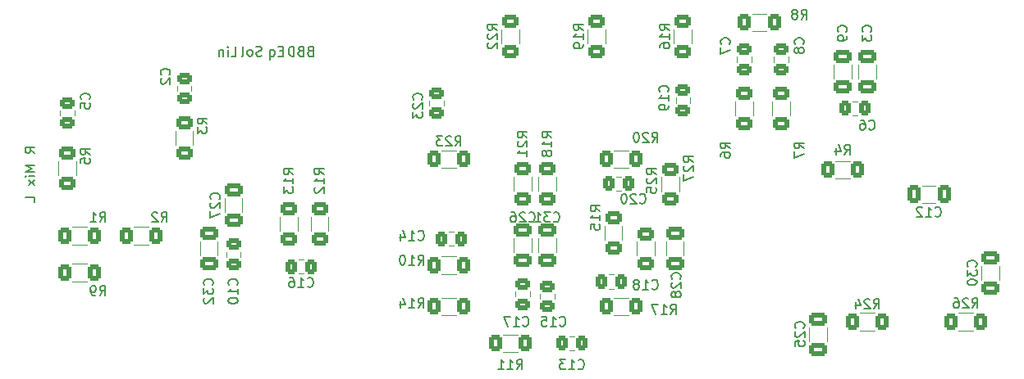
<source format=gbr>
%TF.GenerationSoftware,KiCad,Pcbnew,(6.0.10)*%
%TF.CreationDate,2023-04-08T13:31:08+03:00*%
%TF.ProjectId,DelSol_Preamp,44656c53-6f6c-45f5-9072-65616d702e6b,rev?*%
%TF.SameCoordinates,Original*%
%TF.FileFunction,Legend,Bot*%
%TF.FilePolarity,Positive*%
%FSLAX46Y46*%
G04 Gerber Fmt 4.6, Leading zero omitted, Abs format (unit mm)*
G04 Created by KiCad (PCBNEW (6.0.10)) date 2023-04-08 13:31:08*
%MOMM*%
%LPD*%
G01*
G04 APERTURE LIST*
G04 Aperture macros list*
%AMRoundRect*
0 Rectangle with rounded corners*
0 $1 Rounding radius*
0 $2 $3 $4 $5 $6 $7 $8 $9 X,Y pos of 4 corners*
0 Add a 4 corners polygon primitive as box body*
4,1,4,$2,$3,$4,$5,$6,$7,$8,$9,$2,$3,0*
0 Add four circle primitives for the rounded corners*
1,1,$1+$1,$2,$3*
1,1,$1+$1,$4,$5*
1,1,$1+$1,$6,$7*
1,1,$1+$1,$8,$9*
0 Add four rect primitives between the rounded corners*
20,1,$1+$1,$2,$3,$4,$5,0*
20,1,$1+$1,$4,$5,$6,$7,0*
20,1,$1+$1,$6,$7,$8,$9,0*
20,1,$1+$1,$8,$9,$2,$3,0*%
G04 Aperture macros list end*
%ADD10C,0.150000*%
%ADD11C,0.120000*%
%ADD12R,1.560000X1.560000*%
%ADD13C,1.560000*%
%ADD14R,1.600000X1.600000*%
%ADD15O,1.600000X1.600000*%
%ADD16R,1.700000X1.700000*%
%ADD17O,1.700000X1.700000*%
%ADD18C,1.600000*%
%ADD19C,3.200000*%
%ADD20RoundRect,0.250000X-0.625000X0.400000X-0.625000X-0.400000X0.625000X-0.400000X0.625000X0.400000X0*%
%ADD21RoundRect,0.250000X-0.650000X0.412500X-0.650000X-0.412500X0.650000X-0.412500X0.650000X0.412500X0*%
%ADD22RoundRect,0.250000X0.475000X-0.337500X0.475000X0.337500X-0.475000X0.337500X-0.475000X-0.337500X0*%
%ADD23RoundRect,0.250000X-0.337500X-0.475000X0.337500X-0.475000X0.337500X0.475000X-0.337500X0.475000X0*%
%ADD24RoundRect,0.250000X-0.400000X-0.625000X0.400000X-0.625000X0.400000X0.625000X-0.400000X0.625000X0*%
%ADD25RoundRect,0.250000X0.337500X0.475000X-0.337500X0.475000X-0.337500X-0.475000X0.337500X-0.475000X0*%
%ADD26RoundRect,0.250000X-0.475000X0.337500X-0.475000X-0.337500X0.475000X-0.337500X0.475000X0.337500X0*%
%ADD27RoundRect,0.250000X0.625000X-0.400000X0.625000X0.400000X-0.625000X0.400000X-0.625000X-0.400000X0*%
%ADD28RoundRect,0.250000X0.650000X-0.412500X0.650000X0.412500X-0.650000X0.412500X-0.650000X-0.412500X0*%
%ADD29RoundRect,0.250000X0.400000X0.625000X-0.400000X0.625000X-0.400000X-0.625000X0.400000X-0.625000X0*%
%ADD30RoundRect,0.250000X-0.412500X-0.650000X0.412500X-0.650000X0.412500X0.650000X-0.412500X0.650000X0*%
G04 APERTURE END LIST*
D10*
X77850952Y-23312380D02*
X78327142Y-23312380D01*
X78327142Y-22312380D01*
X77517619Y-23312380D02*
X77517619Y-22645714D01*
X77517619Y-22312380D02*
X77565238Y-22360000D01*
X77517619Y-22407619D01*
X77470000Y-22360000D01*
X77517619Y-22312380D01*
X77517619Y-22407619D01*
X77041428Y-22645714D02*
X77041428Y-23312380D01*
X77041428Y-22740952D02*
X76993809Y-22693333D01*
X76898571Y-22645714D01*
X76755714Y-22645714D01*
X76660476Y-22693333D01*
X76612857Y-22788571D01*
X76612857Y-23312380D01*
X57602380Y-33329523D02*
X57126190Y-32996190D01*
X57602380Y-32758095D02*
X56602380Y-32758095D01*
X56602380Y-33139047D01*
X56650000Y-33234285D01*
X56697619Y-33281904D01*
X56792857Y-33329523D01*
X56935714Y-33329523D01*
X57030952Y-33281904D01*
X57078571Y-33234285D01*
X57126190Y-33139047D01*
X57126190Y-32758095D01*
X57602380Y-34583809D02*
X56602380Y-34583809D01*
X57316666Y-34917142D01*
X56602380Y-35250476D01*
X57602380Y-35250476D01*
X57602380Y-35726666D02*
X56935714Y-35726666D01*
X56602380Y-35726666D02*
X56650000Y-35679047D01*
X56697619Y-35726666D01*
X56650000Y-35774285D01*
X56602380Y-35726666D01*
X56697619Y-35726666D01*
X57602380Y-36107619D02*
X56935714Y-36631428D01*
X56935714Y-36107619D02*
X57602380Y-36631428D01*
X86018571Y-22788571D02*
X85875714Y-22836190D01*
X85828095Y-22883809D01*
X85780476Y-22979047D01*
X85780476Y-23121904D01*
X85828095Y-23217142D01*
X85875714Y-23264761D01*
X85970952Y-23312380D01*
X86351904Y-23312380D01*
X86351904Y-22312380D01*
X86018571Y-22312380D01*
X85923333Y-22360000D01*
X85875714Y-22407619D01*
X85828095Y-22502857D01*
X85828095Y-22598095D01*
X85875714Y-22693333D01*
X85923333Y-22740952D01*
X86018571Y-22788571D01*
X86351904Y-22788571D01*
X85018571Y-22788571D02*
X84875714Y-22836190D01*
X84828095Y-22883809D01*
X84780476Y-22979047D01*
X84780476Y-23121904D01*
X84828095Y-23217142D01*
X84875714Y-23264761D01*
X84970952Y-23312380D01*
X85351904Y-23312380D01*
X85351904Y-22312380D01*
X85018571Y-22312380D01*
X84923333Y-22360000D01*
X84875714Y-22407619D01*
X84828095Y-22502857D01*
X84828095Y-22598095D01*
X84875714Y-22693333D01*
X84923333Y-22740952D01*
X85018571Y-22788571D01*
X85351904Y-22788571D01*
X84351904Y-23312380D02*
X84351904Y-22312380D01*
X84113809Y-22312380D01*
X83970952Y-22360000D01*
X83875714Y-22455238D01*
X83828095Y-22550476D01*
X83780476Y-22740952D01*
X83780476Y-22883809D01*
X83828095Y-23074285D01*
X83875714Y-23169523D01*
X83970952Y-23264761D01*
X84113809Y-23312380D01*
X84351904Y-23312380D01*
X81010000Y-23264761D02*
X80867142Y-23312380D01*
X80629047Y-23312380D01*
X80533809Y-23264761D01*
X80486190Y-23217142D01*
X80438571Y-23121904D01*
X80438571Y-23026666D01*
X80486190Y-22931428D01*
X80533809Y-22883809D01*
X80629047Y-22836190D01*
X80819523Y-22788571D01*
X80914761Y-22740952D01*
X80962380Y-22693333D01*
X81010000Y-22598095D01*
X81010000Y-22502857D01*
X80962380Y-22407619D01*
X80914761Y-22360000D01*
X80819523Y-22312380D01*
X80581428Y-22312380D01*
X80438571Y-22360000D01*
X79867142Y-23312380D02*
X79962380Y-23264761D01*
X80010000Y-23217142D01*
X80057619Y-23121904D01*
X80057619Y-22836190D01*
X80010000Y-22740952D01*
X79962380Y-22693333D01*
X79867142Y-22645714D01*
X79724285Y-22645714D01*
X79629047Y-22693333D01*
X79581428Y-22740952D01*
X79533809Y-22836190D01*
X79533809Y-23121904D01*
X79581428Y-23217142D01*
X79629047Y-23264761D01*
X79724285Y-23312380D01*
X79867142Y-23312380D01*
X78962380Y-23312380D02*
X79057619Y-23264761D01*
X79105238Y-23169523D01*
X79105238Y-22312380D01*
X57602380Y-38409523D02*
X57602380Y-37933333D01*
X56602380Y-37933333D01*
X83216666Y-22788571D02*
X82883333Y-22788571D01*
X82740476Y-23312380D02*
X83216666Y-23312380D01*
X83216666Y-22312380D01*
X82740476Y-22312380D01*
X81883333Y-22645714D02*
X81883333Y-23645714D01*
X81883333Y-23264761D02*
X81978571Y-23312380D01*
X82169047Y-23312380D01*
X82264285Y-23264761D01*
X82311904Y-23217142D01*
X82359523Y-23121904D01*
X82359523Y-22836190D01*
X82311904Y-22740952D01*
X82264285Y-22693333D01*
X82169047Y-22645714D01*
X81978571Y-22645714D01*
X81883333Y-22693333D01*
X123092380Y-20617142D02*
X122616190Y-20283809D01*
X123092380Y-20045714D02*
X122092380Y-20045714D01*
X122092380Y-20426666D01*
X122140000Y-20521904D01*
X122187619Y-20569523D01*
X122282857Y-20617142D01*
X122425714Y-20617142D01*
X122520952Y-20569523D01*
X122568571Y-20521904D01*
X122616190Y-20426666D01*
X122616190Y-20045714D01*
X123092380Y-21569523D02*
X123092380Y-20998095D01*
X123092380Y-21283809D02*
X122092380Y-21283809D01*
X122235238Y-21188571D01*
X122330476Y-21093333D01*
X122378095Y-20998095D01*
X122092380Y-22426666D02*
X122092380Y-22236190D01*
X122140000Y-22140952D01*
X122187619Y-22093333D01*
X122330476Y-21998095D01*
X122520952Y-21950476D01*
X122901904Y-21950476D01*
X122997142Y-21998095D01*
X123044761Y-22045714D01*
X123092380Y-22140952D01*
X123092380Y-22331428D01*
X123044761Y-22426666D01*
X122997142Y-22474285D01*
X122901904Y-22521904D01*
X122663809Y-22521904D01*
X122568571Y-22474285D01*
X122520952Y-22426666D01*
X122473333Y-22331428D01*
X122473333Y-22140952D01*
X122520952Y-22045714D01*
X122568571Y-21998095D01*
X122663809Y-21950476D01*
X136937142Y-51427142D02*
X136984761Y-51379523D01*
X137032380Y-51236666D01*
X137032380Y-51141428D01*
X136984761Y-50998571D01*
X136889523Y-50903333D01*
X136794285Y-50855714D01*
X136603809Y-50808095D01*
X136460952Y-50808095D01*
X136270476Y-50855714D01*
X136175238Y-50903333D01*
X136080000Y-50998571D01*
X136032380Y-51141428D01*
X136032380Y-51236666D01*
X136080000Y-51379523D01*
X136127619Y-51427142D01*
X136127619Y-51808095D02*
X136080000Y-51855714D01*
X136032380Y-51950952D01*
X136032380Y-52189047D01*
X136080000Y-52284285D01*
X136127619Y-52331904D01*
X136222857Y-52379523D01*
X136318095Y-52379523D01*
X136460952Y-52331904D01*
X137032380Y-51760476D01*
X137032380Y-52379523D01*
X136032380Y-53284285D02*
X136032380Y-52808095D01*
X136508571Y-52760476D01*
X136460952Y-52808095D01*
X136413333Y-52903333D01*
X136413333Y-53141428D01*
X136460952Y-53236666D01*
X136508571Y-53284285D01*
X136603809Y-53331904D01*
X136841904Y-53331904D01*
X136937142Y-53284285D01*
X136984761Y-53236666D01*
X137032380Y-53141428D01*
X137032380Y-52903333D01*
X136984761Y-52808095D01*
X136937142Y-52760476D01*
X111767857Y-51157142D02*
X111815476Y-51204761D01*
X111958333Y-51252380D01*
X112053571Y-51252380D01*
X112196428Y-51204761D01*
X112291666Y-51109523D01*
X112339285Y-51014285D01*
X112386904Y-50823809D01*
X112386904Y-50680952D01*
X112339285Y-50490476D01*
X112291666Y-50395238D01*
X112196428Y-50300000D01*
X112053571Y-50252380D01*
X111958333Y-50252380D01*
X111815476Y-50300000D01*
X111767857Y-50347619D01*
X110815476Y-51252380D02*
X111386904Y-51252380D01*
X111101190Y-51252380D02*
X111101190Y-50252380D01*
X111196428Y-50395238D01*
X111291666Y-50490476D01*
X111386904Y-50538095D01*
X109910714Y-50252380D02*
X110386904Y-50252380D01*
X110434523Y-50728571D01*
X110386904Y-50680952D01*
X110291666Y-50633333D01*
X110053571Y-50633333D01*
X109958333Y-50680952D01*
X109910714Y-50728571D01*
X109863095Y-50823809D01*
X109863095Y-51061904D01*
X109910714Y-51157142D01*
X109958333Y-51204761D01*
X110053571Y-51252380D01*
X110291666Y-51252380D01*
X110386904Y-51204761D01*
X110434523Y-51157142D01*
X97162857Y-42267142D02*
X97210476Y-42314761D01*
X97353333Y-42362380D01*
X97448571Y-42362380D01*
X97591428Y-42314761D01*
X97686666Y-42219523D01*
X97734285Y-42124285D01*
X97781904Y-41933809D01*
X97781904Y-41790952D01*
X97734285Y-41600476D01*
X97686666Y-41505238D01*
X97591428Y-41410000D01*
X97448571Y-41362380D01*
X97353333Y-41362380D01*
X97210476Y-41410000D01*
X97162857Y-41457619D01*
X96210476Y-42362380D02*
X96781904Y-42362380D01*
X96496190Y-42362380D02*
X96496190Y-41362380D01*
X96591428Y-41505238D01*
X96686666Y-41600476D01*
X96781904Y-41648095D01*
X95353333Y-41695714D02*
X95353333Y-42362380D01*
X95591428Y-41314761D02*
X95829523Y-42029047D01*
X95210476Y-42029047D01*
X121292857Y-47347142D02*
X121340476Y-47394761D01*
X121483333Y-47442380D01*
X121578571Y-47442380D01*
X121721428Y-47394761D01*
X121816666Y-47299523D01*
X121864285Y-47204285D01*
X121911904Y-47013809D01*
X121911904Y-46870952D01*
X121864285Y-46680476D01*
X121816666Y-46585238D01*
X121721428Y-46490000D01*
X121578571Y-46442380D01*
X121483333Y-46442380D01*
X121340476Y-46490000D01*
X121292857Y-46537619D01*
X120340476Y-47442380D02*
X120911904Y-47442380D01*
X120626190Y-47442380D02*
X120626190Y-46442380D01*
X120721428Y-46585238D01*
X120816666Y-46680476D01*
X120911904Y-46728095D01*
X119769047Y-46870952D02*
X119864285Y-46823333D01*
X119911904Y-46775714D01*
X119959523Y-46680476D01*
X119959523Y-46632857D01*
X119911904Y-46537619D01*
X119864285Y-46490000D01*
X119769047Y-46442380D01*
X119578571Y-46442380D01*
X119483333Y-46490000D01*
X119435714Y-46537619D01*
X119388095Y-46632857D01*
X119388095Y-46680476D01*
X119435714Y-46775714D01*
X119483333Y-46823333D01*
X119578571Y-46870952D01*
X119769047Y-46870952D01*
X119864285Y-46918571D01*
X119911904Y-46966190D01*
X119959523Y-47061428D01*
X119959523Y-47251904D01*
X119911904Y-47347142D01*
X119864285Y-47394761D01*
X119769047Y-47442380D01*
X119578571Y-47442380D01*
X119483333Y-47394761D01*
X119435714Y-47347142D01*
X119388095Y-47251904D01*
X119388095Y-47061428D01*
X119435714Y-46966190D01*
X119483333Y-46918571D01*
X119578571Y-46870952D01*
X141136666Y-33472380D02*
X141470000Y-32996190D01*
X141708095Y-33472380D02*
X141708095Y-32472380D01*
X141327142Y-32472380D01*
X141231904Y-32520000D01*
X141184285Y-32567619D01*
X141136666Y-32662857D01*
X141136666Y-32805714D01*
X141184285Y-32900952D01*
X141231904Y-32948571D01*
X141327142Y-32996190D01*
X141708095Y-32996190D01*
X140279523Y-32805714D02*
X140279523Y-33472380D01*
X140517619Y-32424761D02*
X140755714Y-33139047D01*
X140136666Y-33139047D01*
X122912142Y-26975890D02*
X122959761Y-26928271D01*
X123007380Y-26785414D01*
X123007380Y-26690176D01*
X122959761Y-26547319D01*
X122864523Y-26452081D01*
X122769285Y-26404462D01*
X122578809Y-26356843D01*
X122435952Y-26356843D01*
X122245476Y-26404462D01*
X122150238Y-26452081D01*
X122055000Y-26547319D01*
X122007380Y-26690176D01*
X122007380Y-26785414D01*
X122055000Y-26928271D01*
X122102619Y-26975890D01*
X123007380Y-27928271D02*
X123007380Y-27356843D01*
X123007380Y-27642557D02*
X122007380Y-27642557D01*
X122150238Y-27547319D01*
X122245476Y-27452081D01*
X122293095Y-27356843D01*
X123007380Y-28404462D02*
X123007380Y-28594938D01*
X122959761Y-28690176D01*
X122912142Y-28737795D01*
X122769285Y-28833033D01*
X122578809Y-28880652D01*
X122197857Y-28880652D01*
X122102619Y-28833033D01*
X122055000Y-28785414D01*
X122007380Y-28690176D01*
X122007380Y-28499700D01*
X122055000Y-28404462D01*
X122102619Y-28356843D01*
X122197857Y-28309224D01*
X122435952Y-28309224D01*
X122531190Y-28356843D01*
X122578809Y-28404462D01*
X122626428Y-28499700D01*
X122626428Y-28690176D01*
X122578809Y-28785414D01*
X122531190Y-28833033D01*
X122435952Y-28880652D01*
X136882142Y-22058333D02*
X136929761Y-22010714D01*
X136977380Y-21867857D01*
X136977380Y-21772619D01*
X136929761Y-21629761D01*
X136834523Y-21534523D01*
X136739285Y-21486904D01*
X136548809Y-21439285D01*
X136405952Y-21439285D01*
X136215476Y-21486904D01*
X136120238Y-21534523D01*
X136025000Y-21629761D01*
X135977380Y-21772619D01*
X135977380Y-21867857D01*
X136025000Y-22010714D01*
X136072619Y-22058333D01*
X136405952Y-22629761D02*
X136358333Y-22534523D01*
X136310714Y-22486904D01*
X136215476Y-22439285D01*
X136167857Y-22439285D01*
X136072619Y-22486904D01*
X136025000Y-22534523D01*
X135977380Y-22629761D01*
X135977380Y-22820238D01*
X136025000Y-22915476D01*
X136072619Y-22963095D01*
X136167857Y-23010714D01*
X136215476Y-23010714D01*
X136310714Y-22963095D01*
X136358333Y-22915476D01*
X136405952Y-22820238D01*
X136405952Y-22629761D01*
X136453571Y-22534523D01*
X136501190Y-22486904D01*
X136596428Y-22439285D01*
X136786904Y-22439285D01*
X136882142Y-22486904D01*
X136929761Y-22534523D01*
X136977380Y-22629761D01*
X136977380Y-22820238D01*
X136929761Y-22915476D01*
X136882142Y-22963095D01*
X136786904Y-23010714D01*
X136596428Y-23010714D01*
X136501190Y-22963095D01*
X136453571Y-22915476D01*
X136405952Y-22820238D01*
X115942380Y-39362142D02*
X115466190Y-39028809D01*
X115942380Y-38790714D02*
X114942380Y-38790714D01*
X114942380Y-39171666D01*
X114990000Y-39266904D01*
X115037619Y-39314523D01*
X115132857Y-39362142D01*
X115275714Y-39362142D01*
X115370952Y-39314523D01*
X115418571Y-39266904D01*
X115466190Y-39171666D01*
X115466190Y-38790714D01*
X115942380Y-40314523D02*
X115942380Y-39743095D01*
X115942380Y-40028809D02*
X114942380Y-40028809D01*
X115085238Y-39933571D01*
X115180476Y-39838333D01*
X115228095Y-39743095D01*
X114942380Y-41219285D02*
X114942380Y-40743095D01*
X115418571Y-40695476D01*
X115370952Y-40743095D01*
X115323333Y-40838333D01*
X115323333Y-41076428D01*
X115370952Y-41171666D01*
X115418571Y-41219285D01*
X115513809Y-41266904D01*
X115751904Y-41266904D01*
X115847142Y-41219285D01*
X115894761Y-41171666D01*
X115942380Y-41076428D01*
X115942380Y-40838333D01*
X115894761Y-40743095D01*
X115847142Y-40695476D01*
X125547380Y-34282142D02*
X125071190Y-33948809D01*
X125547380Y-33710714D02*
X124547380Y-33710714D01*
X124547380Y-34091666D01*
X124595000Y-34186904D01*
X124642619Y-34234523D01*
X124737857Y-34282142D01*
X124880714Y-34282142D01*
X124975952Y-34234523D01*
X125023571Y-34186904D01*
X125071190Y-34091666D01*
X125071190Y-33710714D01*
X124642619Y-34663095D02*
X124595000Y-34710714D01*
X124547380Y-34805952D01*
X124547380Y-35044047D01*
X124595000Y-35139285D01*
X124642619Y-35186904D01*
X124737857Y-35234523D01*
X124833095Y-35234523D01*
X124975952Y-35186904D01*
X125547380Y-34615476D01*
X125547380Y-35234523D01*
X124547380Y-35567857D02*
X124547380Y-36234523D01*
X125547380Y-35805952D01*
X143676666Y-30837142D02*
X143724285Y-30884761D01*
X143867142Y-30932380D01*
X143962380Y-30932380D01*
X144105238Y-30884761D01*
X144200476Y-30789523D01*
X144248095Y-30694285D01*
X144295714Y-30503809D01*
X144295714Y-30360952D01*
X144248095Y-30170476D01*
X144200476Y-30075238D01*
X144105238Y-29980000D01*
X143962380Y-29932380D01*
X143867142Y-29932380D01*
X143724285Y-29980000D01*
X143676666Y-30027619D01*
X142819523Y-29932380D02*
X143010000Y-29932380D01*
X143105238Y-29980000D01*
X143152857Y-30027619D01*
X143248095Y-30170476D01*
X143295714Y-30360952D01*
X143295714Y-30741904D01*
X143248095Y-30837142D01*
X143200476Y-30884761D01*
X143105238Y-30932380D01*
X142914761Y-30932380D01*
X142819523Y-30884761D01*
X142771904Y-30837142D01*
X142724285Y-30741904D01*
X142724285Y-30503809D01*
X142771904Y-30408571D01*
X142819523Y-30360952D01*
X142914761Y-30313333D01*
X143105238Y-30313333D01*
X143200476Y-30360952D01*
X143248095Y-30408571D01*
X143295714Y-30503809D01*
X97162857Y-49347380D02*
X97496190Y-48871190D01*
X97734285Y-49347380D02*
X97734285Y-48347380D01*
X97353333Y-48347380D01*
X97258095Y-48395000D01*
X97210476Y-48442619D01*
X97162857Y-48537857D01*
X97162857Y-48680714D01*
X97210476Y-48775952D01*
X97258095Y-48823571D01*
X97353333Y-48871190D01*
X97734285Y-48871190D01*
X96210476Y-49347380D02*
X96781904Y-49347380D01*
X96496190Y-49347380D02*
X96496190Y-48347380D01*
X96591428Y-48490238D01*
X96686666Y-48585476D01*
X96781904Y-48633095D01*
X95353333Y-48680714D02*
X95353333Y-49347380D01*
X95591428Y-48299761D02*
X95829523Y-49014047D01*
X95210476Y-49014047D01*
X129262142Y-22058333D02*
X129309761Y-22010714D01*
X129357380Y-21867857D01*
X129357380Y-21772619D01*
X129309761Y-21629761D01*
X129214523Y-21534523D01*
X129119285Y-21486904D01*
X128928809Y-21439285D01*
X128785952Y-21439285D01*
X128595476Y-21486904D01*
X128500238Y-21534523D01*
X128405000Y-21629761D01*
X128357380Y-21772619D01*
X128357380Y-21867857D01*
X128405000Y-22010714D01*
X128452619Y-22058333D01*
X128357380Y-22391666D02*
X128357380Y-23058333D01*
X129357380Y-22629761D01*
X70651666Y-40457380D02*
X70985000Y-39981190D01*
X71223095Y-40457380D02*
X71223095Y-39457380D01*
X70842142Y-39457380D01*
X70746904Y-39505000D01*
X70699285Y-39552619D01*
X70651666Y-39647857D01*
X70651666Y-39790714D01*
X70699285Y-39885952D01*
X70746904Y-39933571D01*
X70842142Y-39981190D01*
X71223095Y-39981190D01*
X70270714Y-39552619D02*
X70223095Y-39505000D01*
X70127857Y-39457380D01*
X69889761Y-39457380D01*
X69794523Y-39505000D01*
X69746904Y-39552619D01*
X69699285Y-39647857D01*
X69699285Y-39743095D01*
X69746904Y-39885952D01*
X70318333Y-40457380D01*
X69699285Y-40457380D01*
X78462142Y-46982142D02*
X78509761Y-46934523D01*
X78557380Y-46791666D01*
X78557380Y-46696428D01*
X78509761Y-46553571D01*
X78414523Y-46458333D01*
X78319285Y-46410714D01*
X78128809Y-46363095D01*
X77985952Y-46363095D01*
X77795476Y-46410714D01*
X77700238Y-46458333D01*
X77605000Y-46553571D01*
X77557380Y-46696428D01*
X77557380Y-46791666D01*
X77605000Y-46934523D01*
X77652619Y-46982142D01*
X78557380Y-47934523D02*
X78557380Y-47363095D01*
X78557380Y-47648809D02*
X77557380Y-47648809D01*
X77700238Y-47553571D01*
X77795476Y-47458333D01*
X77843095Y-47363095D01*
X77557380Y-48553571D02*
X77557380Y-48648809D01*
X77605000Y-48744047D01*
X77652619Y-48791666D01*
X77747857Y-48839285D01*
X77938333Y-48886904D01*
X78176428Y-48886904D01*
X78366904Y-48839285D01*
X78462142Y-48791666D01*
X78509761Y-48744047D01*
X78557380Y-48648809D01*
X78557380Y-48553571D01*
X78509761Y-48458333D01*
X78462142Y-48410714D01*
X78366904Y-48363095D01*
X78176428Y-48315476D01*
X77938333Y-48315476D01*
X77747857Y-48363095D01*
X77652619Y-48410714D01*
X77605000Y-48458333D01*
X77557380Y-48553571D01*
X114202380Y-20617142D02*
X113726190Y-20283809D01*
X114202380Y-20045714D02*
X113202380Y-20045714D01*
X113202380Y-20426666D01*
X113250000Y-20521904D01*
X113297619Y-20569523D01*
X113392857Y-20617142D01*
X113535714Y-20617142D01*
X113630952Y-20569523D01*
X113678571Y-20521904D01*
X113726190Y-20426666D01*
X113726190Y-20045714D01*
X114202380Y-21569523D02*
X114202380Y-20998095D01*
X114202380Y-21283809D02*
X113202380Y-21283809D01*
X113345238Y-21188571D01*
X113440476Y-21093333D01*
X113488095Y-20998095D01*
X114202380Y-22045714D02*
X114202380Y-22236190D01*
X114154761Y-22331428D01*
X114107142Y-22379047D01*
X113964285Y-22474285D01*
X113773809Y-22521904D01*
X113392857Y-22521904D01*
X113297619Y-22474285D01*
X113250000Y-22426666D01*
X113202380Y-22331428D01*
X113202380Y-22140952D01*
X113250000Y-22045714D01*
X113297619Y-21998095D01*
X113392857Y-21950476D01*
X113630952Y-21950476D01*
X113726190Y-21998095D01*
X113773809Y-22045714D01*
X113821428Y-22140952D01*
X113821428Y-22331428D01*
X113773809Y-22426666D01*
X113726190Y-22474285D01*
X113630952Y-22521904D01*
X136977380Y-32853333D02*
X136501190Y-32520000D01*
X136977380Y-32281904D02*
X135977380Y-32281904D01*
X135977380Y-32662857D01*
X136025000Y-32758095D01*
X136072619Y-32805714D01*
X136167857Y-32853333D01*
X136310714Y-32853333D01*
X136405952Y-32805714D01*
X136453571Y-32758095D01*
X136501190Y-32662857D01*
X136501190Y-32281904D01*
X135977380Y-33186666D02*
X135977380Y-33853333D01*
X136977380Y-33424761D01*
X64301666Y-48077380D02*
X64635000Y-47601190D01*
X64873095Y-48077380D02*
X64873095Y-47077380D01*
X64492142Y-47077380D01*
X64396904Y-47125000D01*
X64349285Y-47172619D01*
X64301666Y-47267857D01*
X64301666Y-47410714D01*
X64349285Y-47505952D01*
X64396904Y-47553571D01*
X64492142Y-47601190D01*
X64873095Y-47601190D01*
X63825476Y-48077380D02*
X63635000Y-48077380D01*
X63539761Y-48029761D01*
X63492142Y-47982142D01*
X63396904Y-47839285D01*
X63349285Y-47648809D01*
X63349285Y-47267857D01*
X63396904Y-47172619D01*
X63444523Y-47125000D01*
X63539761Y-47077380D01*
X63730238Y-47077380D01*
X63825476Y-47125000D01*
X63873095Y-47172619D01*
X63920714Y-47267857D01*
X63920714Y-47505952D01*
X63873095Y-47601190D01*
X63825476Y-47648809D01*
X63730238Y-47696428D01*
X63539761Y-47696428D01*
X63444523Y-47648809D01*
X63396904Y-47601190D01*
X63349285Y-47505952D01*
X108592857Y-40362142D02*
X108640476Y-40409761D01*
X108783333Y-40457380D01*
X108878571Y-40457380D01*
X109021428Y-40409761D01*
X109116666Y-40314523D01*
X109164285Y-40219285D01*
X109211904Y-40028809D01*
X109211904Y-39885952D01*
X109164285Y-39695476D01*
X109116666Y-39600238D01*
X109021428Y-39505000D01*
X108878571Y-39457380D01*
X108783333Y-39457380D01*
X108640476Y-39505000D01*
X108592857Y-39552619D01*
X108211904Y-39552619D02*
X108164285Y-39505000D01*
X108069047Y-39457380D01*
X107830952Y-39457380D01*
X107735714Y-39505000D01*
X107688095Y-39552619D01*
X107640476Y-39647857D01*
X107640476Y-39743095D01*
X107688095Y-39885952D01*
X108259523Y-40457380D01*
X107640476Y-40457380D01*
X106783333Y-39457380D02*
X106973809Y-39457380D01*
X107069047Y-39505000D01*
X107116666Y-39552619D01*
X107211904Y-39695476D01*
X107259523Y-39885952D01*
X107259523Y-40266904D01*
X107211904Y-40362142D01*
X107164285Y-40409761D01*
X107069047Y-40457380D01*
X106878571Y-40457380D01*
X106783333Y-40409761D01*
X106735714Y-40362142D01*
X106688095Y-40266904D01*
X106688095Y-40028809D01*
X106735714Y-39933571D01*
X106783333Y-39885952D01*
X106878571Y-39838333D01*
X107069047Y-39838333D01*
X107164285Y-39885952D01*
X107211904Y-39933571D01*
X107259523Y-40028809D01*
X113672857Y-55602142D02*
X113720476Y-55649761D01*
X113863333Y-55697380D01*
X113958571Y-55697380D01*
X114101428Y-55649761D01*
X114196666Y-55554523D01*
X114244285Y-55459285D01*
X114291904Y-55268809D01*
X114291904Y-55125952D01*
X114244285Y-54935476D01*
X114196666Y-54840238D01*
X114101428Y-54745000D01*
X113958571Y-54697380D01*
X113863333Y-54697380D01*
X113720476Y-54745000D01*
X113672857Y-54792619D01*
X112720476Y-55697380D02*
X113291904Y-55697380D01*
X113006190Y-55697380D02*
X113006190Y-54697380D01*
X113101428Y-54840238D01*
X113196666Y-54935476D01*
X113291904Y-54983095D01*
X112387142Y-54697380D02*
X111768095Y-54697380D01*
X112101428Y-55078333D01*
X111958571Y-55078333D01*
X111863333Y-55125952D01*
X111815714Y-55173571D01*
X111768095Y-55268809D01*
X111768095Y-55506904D01*
X111815714Y-55602142D01*
X111863333Y-55649761D01*
X111958571Y-55697380D01*
X112244285Y-55697380D01*
X112339523Y-55649761D01*
X112387142Y-55602142D01*
X71477142Y-25233333D02*
X71524761Y-25185714D01*
X71572380Y-25042857D01*
X71572380Y-24947619D01*
X71524761Y-24804761D01*
X71429523Y-24709523D01*
X71334285Y-24661904D01*
X71143809Y-24614285D01*
X71000952Y-24614285D01*
X70810476Y-24661904D01*
X70715238Y-24709523D01*
X70620000Y-24804761D01*
X70572380Y-24947619D01*
X70572380Y-25042857D01*
X70620000Y-25185714D01*
X70667619Y-25233333D01*
X70667619Y-25614285D02*
X70620000Y-25661904D01*
X70572380Y-25757142D01*
X70572380Y-25995238D01*
X70620000Y-26090476D01*
X70667619Y-26138095D01*
X70762857Y-26185714D01*
X70858095Y-26185714D01*
X71000952Y-26138095D01*
X71572380Y-25566666D01*
X71572380Y-26185714D01*
X107322857Y-55697380D02*
X107656190Y-55221190D01*
X107894285Y-55697380D02*
X107894285Y-54697380D01*
X107513333Y-54697380D01*
X107418095Y-54745000D01*
X107370476Y-54792619D01*
X107322857Y-54887857D01*
X107322857Y-55030714D01*
X107370476Y-55125952D01*
X107418095Y-55173571D01*
X107513333Y-55221190D01*
X107894285Y-55221190D01*
X106370476Y-55697380D02*
X106941904Y-55697380D01*
X106656190Y-55697380D02*
X106656190Y-54697380D01*
X106751428Y-54840238D01*
X106846666Y-54935476D01*
X106941904Y-54983095D01*
X105418095Y-55697380D02*
X105989523Y-55697380D01*
X105703809Y-55697380D02*
X105703809Y-54697380D01*
X105799047Y-54840238D01*
X105894285Y-54935476D01*
X105989523Y-54983095D01*
X87447380Y-35552142D02*
X86971190Y-35218809D01*
X87447380Y-34980714D02*
X86447380Y-34980714D01*
X86447380Y-35361666D01*
X86495000Y-35456904D01*
X86542619Y-35504523D01*
X86637857Y-35552142D01*
X86780714Y-35552142D01*
X86875952Y-35504523D01*
X86923571Y-35456904D01*
X86971190Y-35361666D01*
X86971190Y-34980714D01*
X87447380Y-36504523D02*
X87447380Y-35933095D01*
X87447380Y-36218809D02*
X86447380Y-36218809D01*
X86590238Y-36123571D01*
X86685476Y-36028333D01*
X86733095Y-35933095D01*
X86542619Y-36885476D02*
X86495000Y-36933095D01*
X86447380Y-37028333D01*
X86447380Y-37266428D01*
X86495000Y-37361666D01*
X86542619Y-37409285D01*
X86637857Y-37456904D01*
X86733095Y-37456904D01*
X86875952Y-37409285D01*
X87447380Y-36837857D01*
X87447380Y-37456904D01*
X63222142Y-27773333D02*
X63269761Y-27725714D01*
X63317380Y-27582857D01*
X63317380Y-27487619D01*
X63269761Y-27344761D01*
X63174523Y-27249523D01*
X63079285Y-27201904D01*
X62888809Y-27154285D01*
X62745952Y-27154285D01*
X62555476Y-27201904D01*
X62460238Y-27249523D01*
X62365000Y-27344761D01*
X62317380Y-27487619D01*
X62317380Y-27582857D01*
X62365000Y-27725714D01*
X62412619Y-27773333D01*
X62317380Y-28678095D02*
X62317380Y-28201904D01*
X62793571Y-28154285D01*
X62745952Y-28201904D01*
X62698333Y-28297142D01*
X62698333Y-28535238D01*
X62745952Y-28630476D01*
X62793571Y-28678095D01*
X62888809Y-28725714D01*
X63126904Y-28725714D01*
X63222142Y-28678095D01*
X63269761Y-28630476D01*
X63317380Y-28535238D01*
X63317380Y-28297142D01*
X63269761Y-28201904D01*
X63222142Y-28154285D01*
X107957857Y-51157142D02*
X108005476Y-51204761D01*
X108148333Y-51252380D01*
X108243571Y-51252380D01*
X108386428Y-51204761D01*
X108481666Y-51109523D01*
X108529285Y-51014285D01*
X108576904Y-50823809D01*
X108576904Y-50680952D01*
X108529285Y-50490476D01*
X108481666Y-50395238D01*
X108386428Y-50300000D01*
X108243571Y-50252380D01*
X108148333Y-50252380D01*
X108005476Y-50300000D01*
X107957857Y-50347619D01*
X107005476Y-51252380D02*
X107576904Y-51252380D01*
X107291190Y-51252380D02*
X107291190Y-50252380D01*
X107386428Y-50395238D01*
X107481666Y-50490476D01*
X107576904Y-50538095D01*
X106672142Y-50252380D02*
X106005476Y-50252380D01*
X106434047Y-51252380D01*
X97512142Y-27797146D02*
X97559761Y-27749527D01*
X97607380Y-27606670D01*
X97607380Y-27511432D01*
X97559761Y-27368575D01*
X97464523Y-27273337D01*
X97369285Y-27225718D01*
X97178809Y-27178099D01*
X97035952Y-27178099D01*
X96845476Y-27225718D01*
X96750238Y-27273337D01*
X96655000Y-27368575D01*
X96607380Y-27511432D01*
X96607380Y-27606670D01*
X96655000Y-27749527D01*
X96702619Y-27797146D01*
X96702619Y-28178099D02*
X96655000Y-28225718D01*
X96607380Y-28320956D01*
X96607380Y-28559051D01*
X96655000Y-28654289D01*
X96702619Y-28701908D01*
X96797857Y-28749527D01*
X96893095Y-28749527D01*
X97035952Y-28701908D01*
X97607380Y-28130480D01*
X97607380Y-28749527D01*
X96607380Y-29082861D02*
X96607380Y-29701908D01*
X96988333Y-29368575D01*
X96988333Y-29511432D01*
X97035952Y-29606670D01*
X97083571Y-29654289D01*
X97178809Y-29701908D01*
X97416904Y-29701908D01*
X97512142Y-29654289D01*
X97559761Y-29606670D01*
X97607380Y-29511432D01*
X97607380Y-29225718D01*
X97559761Y-29130480D01*
X97512142Y-29082861D01*
X75922142Y-46982142D02*
X75969761Y-46934523D01*
X76017380Y-46791666D01*
X76017380Y-46696428D01*
X75969761Y-46553571D01*
X75874523Y-46458333D01*
X75779285Y-46410714D01*
X75588809Y-46363095D01*
X75445952Y-46363095D01*
X75255476Y-46410714D01*
X75160238Y-46458333D01*
X75065000Y-46553571D01*
X75017380Y-46696428D01*
X75017380Y-46791666D01*
X75065000Y-46934523D01*
X75112619Y-46982142D01*
X75017380Y-47315476D02*
X75017380Y-47934523D01*
X75398333Y-47601190D01*
X75398333Y-47744047D01*
X75445952Y-47839285D01*
X75493571Y-47886904D01*
X75588809Y-47934523D01*
X75826904Y-47934523D01*
X75922142Y-47886904D01*
X75969761Y-47839285D01*
X76017380Y-47744047D01*
X76017380Y-47458333D01*
X75969761Y-47363095D01*
X75922142Y-47315476D01*
X75112619Y-48315476D02*
X75065000Y-48363095D01*
X75017380Y-48458333D01*
X75017380Y-48696428D01*
X75065000Y-48791666D01*
X75112619Y-48839285D01*
X75207857Y-48886904D01*
X75303095Y-48886904D01*
X75445952Y-48839285D01*
X76017380Y-48267857D01*
X76017380Y-48886904D01*
X110942380Y-31742142D02*
X110466190Y-31408809D01*
X110942380Y-31170714D02*
X109942380Y-31170714D01*
X109942380Y-31551666D01*
X109990000Y-31646904D01*
X110037619Y-31694523D01*
X110132857Y-31742142D01*
X110275714Y-31742142D01*
X110370952Y-31694523D01*
X110418571Y-31646904D01*
X110466190Y-31551666D01*
X110466190Y-31170714D01*
X110942380Y-32694523D02*
X110942380Y-32123095D01*
X110942380Y-32408809D02*
X109942380Y-32408809D01*
X110085238Y-32313571D01*
X110180476Y-32218333D01*
X110228095Y-32123095D01*
X110370952Y-33265952D02*
X110323333Y-33170714D01*
X110275714Y-33123095D01*
X110180476Y-33075476D01*
X110132857Y-33075476D01*
X110037619Y-33123095D01*
X109990000Y-33170714D01*
X109942380Y-33265952D01*
X109942380Y-33456428D01*
X109990000Y-33551666D01*
X110037619Y-33599285D01*
X110132857Y-33646904D01*
X110180476Y-33646904D01*
X110275714Y-33599285D01*
X110323333Y-33551666D01*
X110370952Y-33456428D01*
X110370952Y-33265952D01*
X110418571Y-33170714D01*
X110466190Y-33123095D01*
X110561428Y-33075476D01*
X110751904Y-33075476D01*
X110847142Y-33123095D01*
X110894761Y-33170714D01*
X110942380Y-33265952D01*
X110942380Y-33456428D01*
X110894761Y-33551666D01*
X110847142Y-33599285D01*
X110751904Y-33646904D01*
X110561428Y-33646904D01*
X110466190Y-33599285D01*
X110418571Y-33551666D01*
X110370952Y-33456428D01*
X154717142Y-45077142D02*
X154764761Y-45029523D01*
X154812380Y-44886666D01*
X154812380Y-44791428D01*
X154764761Y-44648571D01*
X154669523Y-44553333D01*
X154574285Y-44505714D01*
X154383809Y-44458095D01*
X154240952Y-44458095D01*
X154050476Y-44505714D01*
X153955238Y-44553333D01*
X153860000Y-44648571D01*
X153812380Y-44791428D01*
X153812380Y-44886666D01*
X153860000Y-45029523D01*
X153907619Y-45077142D01*
X153812380Y-45410476D02*
X153812380Y-46029523D01*
X154193333Y-45696190D01*
X154193333Y-45839047D01*
X154240952Y-45934285D01*
X154288571Y-45981904D01*
X154383809Y-46029523D01*
X154621904Y-46029523D01*
X154717142Y-45981904D01*
X154764761Y-45934285D01*
X154812380Y-45839047D01*
X154812380Y-45553333D01*
X154764761Y-45458095D01*
X154717142Y-45410476D01*
X153812380Y-46648571D02*
X153812380Y-46743809D01*
X153860000Y-46839047D01*
X153907619Y-46886666D01*
X154002857Y-46934285D01*
X154193333Y-46981904D01*
X154431428Y-46981904D01*
X154621904Y-46934285D01*
X154717142Y-46886666D01*
X154764761Y-46839047D01*
X154812380Y-46743809D01*
X154812380Y-46648571D01*
X154764761Y-46553333D01*
X154717142Y-46505714D01*
X154621904Y-46458095D01*
X154431428Y-46410476D01*
X154193333Y-46410476D01*
X154002857Y-46458095D01*
X153907619Y-46505714D01*
X153860000Y-46553333D01*
X153812380Y-46648571D01*
X124182142Y-46347142D02*
X124229761Y-46299523D01*
X124277380Y-46156666D01*
X124277380Y-46061428D01*
X124229761Y-45918571D01*
X124134523Y-45823333D01*
X124039285Y-45775714D01*
X123848809Y-45728095D01*
X123705952Y-45728095D01*
X123515476Y-45775714D01*
X123420238Y-45823333D01*
X123325000Y-45918571D01*
X123277380Y-46061428D01*
X123277380Y-46156666D01*
X123325000Y-46299523D01*
X123372619Y-46347142D01*
X123372619Y-46728095D02*
X123325000Y-46775714D01*
X123277380Y-46870952D01*
X123277380Y-47109047D01*
X123325000Y-47204285D01*
X123372619Y-47251904D01*
X123467857Y-47299523D01*
X123563095Y-47299523D01*
X123705952Y-47251904D01*
X124277380Y-46680476D01*
X124277380Y-47299523D01*
X123705952Y-47870952D02*
X123658333Y-47775714D01*
X123610714Y-47728095D01*
X123515476Y-47680476D01*
X123467857Y-47680476D01*
X123372619Y-47728095D01*
X123325000Y-47775714D01*
X123277380Y-47870952D01*
X123277380Y-48061428D01*
X123325000Y-48156666D01*
X123372619Y-48204285D01*
X123467857Y-48251904D01*
X123515476Y-48251904D01*
X123610714Y-48204285D01*
X123658333Y-48156666D01*
X123705952Y-48061428D01*
X123705952Y-47870952D01*
X123753571Y-47775714D01*
X123801190Y-47728095D01*
X123896428Y-47680476D01*
X124086904Y-47680476D01*
X124182142Y-47728095D01*
X124229761Y-47775714D01*
X124277380Y-47870952D01*
X124277380Y-48061428D01*
X124229761Y-48156666D01*
X124182142Y-48204285D01*
X124086904Y-48251904D01*
X123896428Y-48251904D01*
X123801190Y-48204285D01*
X123753571Y-48156666D01*
X123705952Y-48061428D01*
X84272380Y-35552142D02*
X83796190Y-35218809D01*
X84272380Y-34980714D02*
X83272380Y-34980714D01*
X83272380Y-35361666D01*
X83320000Y-35456904D01*
X83367619Y-35504523D01*
X83462857Y-35552142D01*
X83605714Y-35552142D01*
X83700952Y-35504523D01*
X83748571Y-35456904D01*
X83796190Y-35361666D01*
X83796190Y-34980714D01*
X84272380Y-36504523D02*
X84272380Y-35933095D01*
X84272380Y-36218809D02*
X83272380Y-36218809D01*
X83415238Y-36123571D01*
X83510476Y-36028333D01*
X83558095Y-35933095D01*
X83272380Y-36837857D02*
X83272380Y-37456904D01*
X83653333Y-37123571D01*
X83653333Y-37266428D01*
X83700952Y-37361666D01*
X83748571Y-37409285D01*
X83843809Y-37456904D01*
X84081904Y-37456904D01*
X84177142Y-37409285D01*
X84224761Y-37361666D01*
X84272380Y-37266428D01*
X84272380Y-36980714D01*
X84224761Y-36885476D01*
X84177142Y-36837857D01*
X121292857Y-32202380D02*
X121626190Y-31726190D01*
X121864285Y-32202380D02*
X121864285Y-31202380D01*
X121483333Y-31202380D01*
X121388095Y-31250000D01*
X121340476Y-31297619D01*
X121292857Y-31392857D01*
X121292857Y-31535714D01*
X121340476Y-31630952D01*
X121388095Y-31678571D01*
X121483333Y-31726190D01*
X121864285Y-31726190D01*
X120911904Y-31297619D02*
X120864285Y-31250000D01*
X120769047Y-31202380D01*
X120530952Y-31202380D01*
X120435714Y-31250000D01*
X120388095Y-31297619D01*
X120340476Y-31392857D01*
X120340476Y-31488095D01*
X120388095Y-31630952D01*
X120959523Y-32202380D01*
X120340476Y-32202380D01*
X119721428Y-31202380D02*
X119626190Y-31202380D01*
X119530952Y-31250000D01*
X119483333Y-31297619D01*
X119435714Y-31392857D01*
X119388095Y-31583333D01*
X119388095Y-31821428D01*
X119435714Y-32011904D01*
X119483333Y-32107142D01*
X119530952Y-32154761D01*
X119626190Y-32202380D01*
X119721428Y-32202380D01*
X119816666Y-32154761D01*
X119864285Y-32107142D01*
X119911904Y-32011904D01*
X119959523Y-31821428D01*
X119959523Y-31583333D01*
X119911904Y-31392857D01*
X119864285Y-31297619D01*
X119816666Y-31250000D01*
X119721428Y-31202380D01*
X85732857Y-47122142D02*
X85780476Y-47169761D01*
X85923333Y-47217380D01*
X86018571Y-47217380D01*
X86161428Y-47169761D01*
X86256666Y-47074523D01*
X86304285Y-46979285D01*
X86351904Y-46788809D01*
X86351904Y-46645952D01*
X86304285Y-46455476D01*
X86256666Y-46360238D01*
X86161428Y-46265000D01*
X86018571Y-46217380D01*
X85923333Y-46217380D01*
X85780476Y-46265000D01*
X85732857Y-46312619D01*
X84780476Y-47217380D02*
X85351904Y-47217380D01*
X85066190Y-47217380D02*
X85066190Y-46217380D01*
X85161428Y-46360238D01*
X85256666Y-46455476D01*
X85351904Y-46503095D01*
X83923333Y-46217380D02*
X84113809Y-46217380D01*
X84209047Y-46265000D01*
X84256666Y-46312619D01*
X84351904Y-46455476D01*
X84399523Y-46645952D01*
X84399523Y-47026904D01*
X84351904Y-47122142D01*
X84304285Y-47169761D01*
X84209047Y-47217380D01*
X84018571Y-47217380D01*
X83923333Y-47169761D01*
X83875714Y-47122142D01*
X83828095Y-47026904D01*
X83828095Y-46788809D01*
X83875714Y-46693571D01*
X83923333Y-46645952D01*
X84018571Y-46598333D01*
X84209047Y-46598333D01*
X84304285Y-46645952D01*
X84351904Y-46693571D01*
X84399523Y-46788809D01*
X97162857Y-44902380D02*
X97496190Y-44426190D01*
X97734285Y-44902380D02*
X97734285Y-43902380D01*
X97353333Y-43902380D01*
X97258095Y-43950000D01*
X97210476Y-43997619D01*
X97162857Y-44092857D01*
X97162857Y-44235714D01*
X97210476Y-44330952D01*
X97258095Y-44378571D01*
X97353333Y-44426190D01*
X97734285Y-44426190D01*
X96210476Y-44902380D02*
X96781904Y-44902380D01*
X96496190Y-44902380D02*
X96496190Y-43902380D01*
X96591428Y-44045238D01*
X96686666Y-44140476D01*
X96781904Y-44188095D01*
X95591428Y-43902380D02*
X95496190Y-43902380D01*
X95400952Y-43950000D01*
X95353333Y-43997619D01*
X95305714Y-44092857D01*
X95258095Y-44283333D01*
X95258095Y-44521428D01*
X95305714Y-44711904D01*
X95353333Y-44807142D01*
X95400952Y-44854761D01*
X95496190Y-44902380D01*
X95591428Y-44902380D01*
X95686666Y-44854761D01*
X95734285Y-44807142D01*
X95781904Y-44711904D01*
X95829523Y-44521428D01*
X95829523Y-44283333D01*
X95781904Y-44092857D01*
X95734285Y-43997619D01*
X95686666Y-43950000D01*
X95591428Y-43902380D01*
X108402380Y-31742142D02*
X107926190Y-31408809D01*
X108402380Y-31170714D02*
X107402380Y-31170714D01*
X107402380Y-31551666D01*
X107450000Y-31646904D01*
X107497619Y-31694523D01*
X107592857Y-31742142D01*
X107735714Y-31742142D01*
X107830952Y-31694523D01*
X107878571Y-31646904D01*
X107926190Y-31551666D01*
X107926190Y-31170714D01*
X107497619Y-32123095D02*
X107450000Y-32170714D01*
X107402380Y-32265952D01*
X107402380Y-32504047D01*
X107450000Y-32599285D01*
X107497619Y-32646904D01*
X107592857Y-32694523D01*
X107688095Y-32694523D01*
X107830952Y-32646904D01*
X108402380Y-32075476D01*
X108402380Y-32694523D01*
X108402380Y-33646904D02*
X108402380Y-33075476D01*
X108402380Y-33361190D02*
X107402380Y-33361190D01*
X107545238Y-33265952D01*
X107640476Y-33170714D01*
X107688095Y-33075476D01*
X111132857Y-40362142D02*
X111180476Y-40409761D01*
X111323333Y-40457380D01*
X111418571Y-40457380D01*
X111561428Y-40409761D01*
X111656666Y-40314523D01*
X111704285Y-40219285D01*
X111751904Y-40028809D01*
X111751904Y-39885952D01*
X111704285Y-39695476D01*
X111656666Y-39600238D01*
X111561428Y-39505000D01*
X111418571Y-39457380D01*
X111323333Y-39457380D01*
X111180476Y-39505000D01*
X111132857Y-39552619D01*
X110799523Y-39457380D02*
X110180476Y-39457380D01*
X110513809Y-39838333D01*
X110370952Y-39838333D01*
X110275714Y-39885952D01*
X110228095Y-39933571D01*
X110180476Y-40028809D01*
X110180476Y-40266904D01*
X110228095Y-40362142D01*
X110275714Y-40409761D01*
X110370952Y-40457380D01*
X110656666Y-40457380D01*
X110751904Y-40409761D01*
X110799523Y-40362142D01*
X109228095Y-40457380D02*
X109799523Y-40457380D01*
X109513809Y-40457380D02*
X109513809Y-39457380D01*
X109609047Y-39600238D01*
X109704285Y-39695476D01*
X109799523Y-39743095D01*
X154312857Y-49347380D02*
X154646190Y-48871190D01*
X154884285Y-49347380D02*
X154884285Y-48347380D01*
X154503333Y-48347380D01*
X154408095Y-48395000D01*
X154360476Y-48442619D01*
X154312857Y-48537857D01*
X154312857Y-48680714D01*
X154360476Y-48775952D01*
X154408095Y-48823571D01*
X154503333Y-48871190D01*
X154884285Y-48871190D01*
X153931904Y-48442619D02*
X153884285Y-48395000D01*
X153789047Y-48347380D01*
X153550952Y-48347380D01*
X153455714Y-48395000D01*
X153408095Y-48442619D01*
X153360476Y-48537857D01*
X153360476Y-48633095D01*
X153408095Y-48775952D01*
X153979523Y-49347380D01*
X153360476Y-49347380D01*
X152503333Y-48347380D02*
X152693809Y-48347380D01*
X152789047Y-48395000D01*
X152836666Y-48442619D01*
X152931904Y-48585476D01*
X152979523Y-48775952D01*
X152979523Y-49156904D01*
X152931904Y-49252142D01*
X152884285Y-49299761D01*
X152789047Y-49347380D01*
X152598571Y-49347380D01*
X152503333Y-49299761D01*
X152455714Y-49252142D01*
X152408095Y-49156904D01*
X152408095Y-48918809D01*
X152455714Y-48823571D01*
X152503333Y-48775952D01*
X152598571Y-48728333D01*
X152789047Y-48728333D01*
X152884285Y-48775952D01*
X152931904Y-48823571D01*
X152979523Y-48918809D01*
X105312380Y-20617142D02*
X104836190Y-20283809D01*
X105312380Y-20045714D02*
X104312380Y-20045714D01*
X104312380Y-20426666D01*
X104360000Y-20521904D01*
X104407619Y-20569523D01*
X104502857Y-20617142D01*
X104645714Y-20617142D01*
X104740952Y-20569523D01*
X104788571Y-20521904D01*
X104836190Y-20426666D01*
X104836190Y-20045714D01*
X104407619Y-20998095D02*
X104360000Y-21045714D01*
X104312380Y-21140952D01*
X104312380Y-21379047D01*
X104360000Y-21474285D01*
X104407619Y-21521904D01*
X104502857Y-21569523D01*
X104598095Y-21569523D01*
X104740952Y-21521904D01*
X105312380Y-20950476D01*
X105312380Y-21569523D01*
X104407619Y-21950476D02*
X104360000Y-21998095D01*
X104312380Y-22093333D01*
X104312380Y-22331428D01*
X104360000Y-22426666D01*
X104407619Y-22474285D01*
X104502857Y-22521904D01*
X104598095Y-22521904D01*
X104740952Y-22474285D01*
X105312380Y-21902857D01*
X105312380Y-22521904D01*
X129357380Y-32853333D02*
X128881190Y-32520000D01*
X129357380Y-32281904D02*
X128357380Y-32281904D01*
X128357380Y-32662857D01*
X128405000Y-32758095D01*
X128452619Y-32805714D01*
X128547857Y-32853333D01*
X128690714Y-32853333D01*
X128785952Y-32805714D01*
X128833571Y-32758095D01*
X128881190Y-32662857D01*
X128881190Y-32281904D01*
X128357380Y-33710476D02*
X128357380Y-33520000D01*
X128405000Y-33424761D01*
X128452619Y-33377142D01*
X128595476Y-33281904D01*
X128785952Y-33234285D01*
X129166904Y-33234285D01*
X129262142Y-33281904D01*
X129309761Y-33329523D01*
X129357380Y-33424761D01*
X129357380Y-33615238D01*
X129309761Y-33710476D01*
X129262142Y-33758095D01*
X129166904Y-33805714D01*
X128928809Y-33805714D01*
X128833571Y-33758095D01*
X128785952Y-33710476D01*
X128738333Y-33615238D01*
X128738333Y-33424761D01*
X128785952Y-33329523D01*
X128833571Y-33281904D01*
X128928809Y-33234285D01*
X123197857Y-49982380D02*
X123531190Y-49506190D01*
X123769285Y-49982380D02*
X123769285Y-48982380D01*
X123388333Y-48982380D01*
X123293095Y-49030000D01*
X123245476Y-49077619D01*
X123197857Y-49172857D01*
X123197857Y-49315714D01*
X123245476Y-49410952D01*
X123293095Y-49458571D01*
X123388333Y-49506190D01*
X123769285Y-49506190D01*
X122245476Y-49982380D02*
X122816904Y-49982380D01*
X122531190Y-49982380D02*
X122531190Y-48982380D01*
X122626428Y-49125238D01*
X122721666Y-49220476D01*
X122816904Y-49268095D01*
X121912142Y-48982380D02*
X121245476Y-48982380D01*
X121674047Y-49982380D01*
X64301666Y-40457380D02*
X64635000Y-39981190D01*
X64873095Y-40457380D02*
X64873095Y-39457380D01*
X64492142Y-39457380D01*
X64396904Y-39505000D01*
X64349285Y-39552619D01*
X64301666Y-39647857D01*
X64301666Y-39790714D01*
X64349285Y-39885952D01*
X64396904Y-39933571D01*
X64492142Y-39981190D01*
X64873095Y-39981190D01*
X63349285Y-40457380D02*
X63920714Y-40457380D01*
X63635000Y-40457380D02*
X63635000Y-39457380D01*
X63730238Y-39600238D01*
X63825476Y-39695476D01*
X63920714Y-39743095D01*
X143867142Y-20788333D02*
X143914761Y-20740714D01*
X143962380Y-20597857D01*
X143962380Y-20502619D01*
X143914761Y-20359761D01*
X143819523Y-20264523D01*
X143724285Y-20216904D01*
X143533809Y-20169285D01*
X143390952Y-20169285D01*
X143200476Y-20216904D01*
X143105238Y-20264523D01*
X143010000Y-20359761D01*
X142962380Y-20502619D01*
X142962380Y-20597857D01*
X143010000Y-20740714D01*
X143057619Y-20788333D01*
X142962380Y-21121666D02*
X142962380Y-21740714D01*
X143343333Y-21407380D01*
X143343333Y-21550238D01*
X143390952Y-21645476D01*
X143438571Y-21693095D01*
X143533809Y-21740714D01*
X143771904Y-21740714D01*
X143867142Y-21693095D01*
X143914761Y-21645476D01*
X143962380Y-21550238D01*
X143962380Y-21264523D01*
X143914761Y-21169285D01*
X143867142Y-21121666D01*
X141327142Y-20788333D02*
X141374761Y-20740714D01*
X141422380Y-20597857D01*
X141422380Y-20502619D01*
X141374761Y-20359761D01*
X141279523Y-20264523D01*
X141184285Y-20216904D01*
X140993809Y-20169285D01*
X140850952Y-20169285D01*
X140660476Y-20216904D01*
X140565238Y-20264523D01*
X140470000Y-20359761D01*
X140422380Y-20502619D01*
X140422380Y-20597857D01*
X140470000Y-20740714D01*
X140517619Y-20788333D01*
X141422380Y-21264523D02*
X141422380Y-21455000D01*
X141374761Y-21550238D01*
X141327142Y-21597857D01*
X141184285Y-21693095D01*
X140993809Y-21740714D01*
X140612857Y-21740714D01*
X140517619Y-21693095D01*
X140470000Y-21645476D01*
X140422380Y-21550238D01*
X140422380Y-21359761D01*
X140470000Y-21264523D01*
X140517619Y-21216904D01*
X140612857Y-21169285D01*
X140850952Y-21169285D01*
X140946190Y-21216904D01*
X140993809Y-21264523D01*
X141041428Y-21359761D01*
X141041428Y-21550238D01*
X140993809Y-21645476D01*
X140946190Y-21693095D01*
X140850952Y-21740714D01*
X144152857Y-49432380D02*
X144486190Y-48956190D01*
X144724285Y-49432380D02*
X144724285Y-48432380D01*
X144343333Y-48432380D01*
X144248095Y-48480000D01*
X144200476Y-48527619D01*
X144152857Y-48622857D01*
X144152857Y-48765714D01*
X144200476Y-48860952D01*
X144248095Y-48908571D01*
X144343333Y-48956190D01*
X144724285Y-48956190D01*
X143771904Y-48527619D02*
X143724285Y-48480000D01*
X143629047Y-48432380D01*
X143390952Y-48432380D01*
X143295714Y-48480000D01*
X143248095Y-48527619D01*
X143200476Y-48622857D01*
X143200476Y-48718095D01*
X143248095Y-48860952D01*
X143819523Y-49432380D01*
X143200476Y-49432380D01*
X142343333Y-48765714D02*
X142343333Y-49432380D01*
X142581428Y-48384761D02*
X142819523Y-49099047D01*
X142200476Y-49099047D01*
X136691666Y-19502380D02*
X137025000Y-19026190D01*
X137263095Y-19502380D02*
X137263095Y-18502380D01*
X136882142Y-18502380D01*
X136786904Y-18550000D01*
X136739285Y-18597619D01*
X136691666Y-18692857D01*
X136691666Y-18835714D01*
X136739285Y-18930952D01*
X136786904Y-18978571D01*
X136882142Y-19026190D01*
X137263095Y-19026190D01*
X136120238Y-18930952D02*
X136215476Y-18883333D01*
X136263095Y-18835714D01*
X136310714Y-18740476D01*
X136310714Y-18692857D01*
X136263095Y-18597619D01*
X136215476Y-18550000D01*
X136120238Y-18502380D01*
X135929761Y-18502380D01*
X135834523Y-18550000D01*
X135786904Y-18597619D01*
X135739285Y-18692857D01*
X135739285Y-18740476D01*
X135786904Y-18835714D01*
X135834523Y-18883333D01*
X135929761Y-18930952D01*
X136120238Y-18930952D01*
X136215476Y-18978571D01*
X136263095Y-19026190D01*
X136310714Y-19121428D01*
X136310714Y-19311904D01*
X136263095Y-19407142D01*
X136215476Y-19454761D01*
X136120238Y-19502380D01*
X135929761Y-19502380D01*
X135834523Y-19454761D01*
X135786904Y-19407142D01*
X135739285Y-19311904D01*
X135739285Y-19121428D01*
X135786904Y-19026190D01*
X135834523Y-18978571D01*
X135929761Y-18930952D01*
X76612142Y-38092142D02*
X76659761Y-38044523D01*
X76707380Y-37901666D01*
X76707380Y-37806428D01*
X76659761Y-37663571D01*
X76564523Y-37568333D01*
X76469285Y-37520714D01*
X76278809Y-37473095D01*
X76135952Y-37473095D01*
X75945476Y-37520714D01*
X75850238Y-37568333D01*
X75755000Y-37663571D01*
X75707380Y-37806428D01*
X75707380Y-37901666D01*
X75755000Y-38044523D01*
X75802619Y-38092142D01*
X75802619Y-38473095D02*
X75755000Y-38520714D01*
X75707380Y-38615952D01*
X75707380Y-38854047D01*
X75755000Y-38949285D01*
X75802619Y-38996904D01*
X75897857Y-39044523D01*
X75993095Y-39044523D01*
X76135952Y-38996904D01*
X76707380Y-38425476D01*
X76707380Y-39044523D01*
X75707380Y-39377857D02*
X75707380Y-40044523D01*
X76707380Y-39615952D01*
X121737380Y-35552142D02*
X121261190Y-35218809D01*
X121737380Y-34980714D02*
X120737380Y-34980714D01*
X120737380Y-35361666D01*
X120785000Y-35456904D01*
X120832619Y-35504523D01*
X120927857Y-35552142D01*
X121070714Y-35552142D01*
X121165952Y-35504523D01*
X121213571Y-35456904D01*
X121261190Y-35361666D01*
X121261190Y-34980714D01*
X120832619Y-35933095D02*
X120785000Y-35980714D01*
X120737380Y-36075952D01*
X120737380Y-36314047D01*
X120785000Y-36409285D01*
X120832619Y-36456904D01*
X120927857Y-36504523D01*
X121023095Y-36504523D01*
X121165952Y-36456904D01*
X121737380Y-35885476D01*
X121737380Y-36504523D01*
X120737380Y-37409285D02*
X120737380Y-36933095D01*
X121213571Y-36885476D01*
X121165952Y-36933095D01*
X121118333Y-37028333D01*
X121118333Y-37266428D01*
X121165952Y-37361666D01*
X121213571Y-37409285D01*
X121308809Y-37456904D01*
X121546904Y-37456904D01*
X121642142Y-37409285D01*
X121689761Y-37361666D01*
X121737380Y-37266428D01*
X121737380Y-37028333D01*
X121689761Y-36933095D01*
X121642142Y-36885476D01*
X100972857Y-32592380D02*
X101306190Y-32116190D01*
X101544285Y-32592380D02*
X101544285Y-31592380D01*
X101163333Y-31592380D01*
X101068095Y-31640000D01*
X101020476Y-31687619D01*
X100972857Y-31782857D01*
X100972857Y-31925714D01*
X101020476Y-32020952D01*
X101068095Y-32068571D01*
X101163333Y-32116190D01*
X101544285Y-32116190D01*
X100591904Y-31687619D02*
X100544285Y-31640000D01*
X100449047Y-31592380D01*
X100210952Y-31592380D01*
X100115714Y-31640000D01*
X100068095Y-31687619D01*
X100020476Y-31782857D01*
X100020476Y-31878095D01*
X100068095Y-32020952D01*
X100639523Y-32592380D01*
X100020476Y-32592380D01*
X99687142Y-31592380D02*
X99068095Y-31592380D01*
X99401428Y-31973333D01*
X99258571Y-31973333D01*
X99163333Y-32020952D01*
X99115714Y-32068571D01*
X99068095Y-32163809D01*
X99068095Y-32401904D01*
X99115714Y-32497142D01*
X99163333Y-32544761D01*
X99258571Y-32592380D01*
X99544285Y-32592380D01*
X99639523Y-32544761D01*
X99687142Y-32497142D01*
X150502857Y-39817142D02*
X150550476Y-39864761D01*
X150693333Y-39912380D01*
X150788571Y-39912380D01*
X150931428Y-39864761D01*
X151026666Y-39769523D01*
X151074285Y-39674285D01*
X151121904Y-39483809D01*
X151121904Y-39340952D01*
X151074285Y-39150476D01*
X151026666Y-39055238D01*
X150931428Y-38960000D01*
X150788571Y-38912380D01*
X150693333Y-38912380D01*
X150550476Y-38960000D01*
X150502857Y-39007619D01*
X149550476Y-39912380D02*
X150121904Y-39912380D01*
X149836190Y-39912380D02*
X149836190Y-38912380D01*
X149931428Y-39055238D01*
X150026666Y-39150476D01*
X150121904Y-39198095D01*
X149169523Y-39007619D02*
X149121904Y-38960000D01*
X149026666Y-38912380D01*
X148788571Y-38912380D01*
X148693333Y-38960000D01*
X148645714Y-39007619D01*
X148598095Y-39102857D01*
X148598095Y-39198095D01*
X148645714Y-39340952D01*
X149217142Y-39912380D01*
X148598095Y-39912380D01*
X120022857Y-38457142D02*
X120070476Y-38504761D01*
X120213333Y-38552380D01*
X120308571Y-38552380D01*
X120451428Y-38504761D01*
X120546666Y-38409523D01*
X120594285Y-38314285D01*
X120641904Y-38123809D01*
X120641904Y-37980952D01*
X120594285Y-37790476D01*
X120546666Y-37695238D01*
X120451428Y-37600000D01*
X120308571Y-37552380D01*
X120213333Y-37552380D01*
X120070476Y-37600000D01*
X120022857Y-37647619D01*
X119641904Y-37647619D02*
X119594285Y-37600000D01*
X119499047Y-37552380D01*
X119260952Y-37552380D01*
X119165714Y-37600000D01*
X119118095Y-37647619D01*
X119070476Y-37742857D01*
X119070476Y-37838095D01*
X119118095Y-37980952D01*
X119689523Y-38552380D01*
X119070476Y-38552380D01*
X118451428Y-37552380D02*
X118356190Y-37552380D01*
X118260952Y-37600000D01*
X118213333Y-37647619D01*
X118165714Y-37742857D01*
X118118095Y-37933333D01*
X118118095Y-38171428D01*
X118165714Y-38361904D01*
X118213333Y-38457142D01*
X118260952Y-38504761D01*
X118356190Y-38552380D01*
X118451428Y-38552380D01*
X118546666Y-38504761D01*
X118594285Y-38457142D01*
X118641904Y-38361904D01*
X118689523Y-38171428D01*
X118689523Y-37933333D01*
X118641904Y-37742857D01*
X118594285Y-37647619D01*
X118546666Y-37600000D01*
X118451428Y-37552380D01*
X63317380Y-33488333D02*
X62841190Y-33155000D01*
X63317380Y-32916904D02*
X62317380Y-32916904D01*
X62317380Y-33297857D01*
X62365000Y-33393095D01*
X62412619Y-33440714D01*
X62507857Y-33488333D01*
X62650714Y-33488333D01*
X62745952Y-33440714D01*
X62793571Y-33393095D01*
X62841190Y-33297857D01*
X62841190Y-32916904D01*
X62317380Y-34393095D02*
X62317380Y-33916904D01*
X62793571Y-33869285D01*
X62745952Y-33916904D01*
X62698333Y-34012142D01*
X62698333Y-34250238D01*
X62745952Y-34345476D01*
X62793571Y-34393095D01*
X62888809Y-34440714D01*
X63126904Y-34440714D01*
X63222142Y-34393095D01*
X63269761Y-34345476D01*
X63317380Y-34250238D01*
X63317380Y-34012142D01*
X63269761Y-33916904D01*
X63222142Y-33869285D01*
X75382380Y-30313333D02*
X74906190Y-29980000D01*
X75382380Y-29741904D02*
X74382380Y-29741904D01*
X74382380Y-30122857D01*
X74430000Y-30218095D01*
X74477619Y-30265714D01*
X74572857Y-30313333D01*
X74715714Y-30313333D01*
X74810952Y-30265714D01*
X74858571Y-30218095D01*
X74906190Y-30122857D01*
X74906190Y-29741904D01*
X74382380Y-30646666D02*
X74382380Y-31265714D01*
X74763333Y-30932380D01*
X74763333Y-31075238D01*
X74810952Y-31170476D01*
X74858571Y-31218095D01*
X74953809Y-31265714D01*
X75191904Y-31265714D01*
X75287142Y-31218095D01*
X75334761Y-31170476D01*
X75382380Y-31075238D01*
X75382380Y-30789523D01*
X75334761Y-30694285D01*
X75287142Y-30646666D01*
D11*
X125370000Y-20532936D02*
X125370000Y-21987064D01*
X123550000Y-20532936D02*
X123550000Y-21987064D01*
X137520000Y-51358748D02*
X137520000Y-52781252D01*
X139340000Y-51358748D02*
X139340000Y-52781252D01*
X109755000Y-48423752D02*
X109755000Y-47901248D01*
X111225000Y-48423752D02*
X111225000Y-47901248D01*
X100301248Y-42940000D02*
X100823752Y-42940000D01*
X100301248Y-41470000D02*
X100823752Y-41470000D01*
X116811248Y-45905000D02*
X117333752Y-45905000D01*
X116811248Y-47375000D02*
X117333752Y-47375000D01*
X140242936Y-34160000D02*
X141697064Y-34160000D01*
X140242936Y-35980000D02*
X141697064Y-35980000D01*
X123745000Y-28141252D02*
X123745000Y-27618748D01*
X125215000Y-28141252D02*
X125215000Y-27618748D01*
X133885000Y-23901252D02*
X133885000Y-23378748D01*
X135355000Y-23901252D02*
X135355000Y-23378748D01*
X116400000Y-40852936D02*
X116400000Y-42307064D01*
X118220000Y-40852936D02*
X118220000Y-42307064D01*
X122280000Y-35822936D02*
X122280000Y-37277064D01*
X124100000Y-35822936D02*
X124100000Y-37277064D01*
X142501252Y-27985000D02*
X141978748Y-27985000D01*
X142501252Y-29455000D02*
X141978748Y-29455000D01*
X99602936Y-48290000D02*
X101057064Y-48290000D01*
X99602936Y-50110000D02*
X101057064Y-50110000D01*
X130075000Y-23378748D02*
X130075000Y-23901252D01*
X131545000Y-23378748D02*
X131545000Y-23901252D01*
X67852936Y-41000000D02*
X69307064Y-41000000D01*
X67852936Y-42820000D02*
X69307064Y-42820000D01*
X77370000Y-43553748D02*
X77370000Y-44076252D01*
X78840000Y-43553748D02*
X78840000Y-44076252D01*
X116480000Y-20532936D02*
X116480000Y-21987064D01*
X114660000Y-20532936D02*
X114660000Y-21987064D01*
X135530000Y-29447064D02*
X135530000Y-27992936D01*
X133710000Y-29447064D02*
X133710000Y-27992936D01*
X61502936Y-44810000D02*
X62957064Y-44810000D01*
X61502936Y-46630000D02*
X62957064Y-46630000D01*
X111400000Y-42138748D02*
X111400000Y-43561252D01*
X109580000Y-42138748D02*
X109580000Y-43561252D01*
X113291252Y-53745000D02*
X112768748Y-53745000D01*
X113291252Y-52275000D02*
X112768748Y-52275000D01*
X73760000Y-26931252D02*
X73760000Y-26408748D01*
X72290000Y-26931252D02*
X72290000Y-26408748D01*
X105952936Y-53920000D02*
X107407064Y-53920000D01*
X105952936Y-52100000D02*
X107407064Y-52100000D01*
X87905000Y-41367064D02*
X87905000Y-39912936D01*
X86085000Y-41367064D02*
X86085000Y-39912936D01*
X60225000Y-29471252D02*
X60225000Y-28948748D01*
X61695000Y-29471252D02*
X61695000Y-28948748D01*
X107215000Y-47668748D02*
X107215000Y-48191252D01*
X108685000Y-47668748D02*
X108685000Y-48191252D01*
X98325000Y-28440004D02*
X98325000Y-27917500D01*
X99795000Y-28440004D02*
X99795000Y-27917500D01*
X76475000Y-42468748D02*
X76475000Y-43891252D01*
X74655000Y-42468748D02*
X74655000Y-43891252D01*
X109580000Y-35772936D02*
X109580000Y-37227064D01*
X111400000Y-35772936D02*
X111400000Y-37227064D01*
X157120000Y-45008748D02*
X157120000Y-46431252D01*
X155300000Y-45008748D02*
X155300000Y-46431252D01*
X124570000Y-42468748D02*
X124570000Y-43891252D01*
X122750000Y-42468748D02*
X122750000Y-43891252D01*
X84730000Y-41367064D02*
X84730000Y-39912936D01*
X82910000Y-41367064D02*
X82910000Y-39912936D01*
X117382936Y-34870000D02*
X118837064Y-34870000D01*
X117382936Y-33050000D02*
X118837064Y-33050000D01*
X84828748Y-44350000D02*
X85351252Y-44350000D01*
X84828748Y-45820000D02*
X85351252Y-45820000D01*
X99602936Y-45835000D02*
X101057064Y-45835000D01*
X99602936Y-44015000D02*
X101057064Y-44015000D01*
X108860000Y-35772936D02*
X108860000Y-37227064D01*
X107040000Y-35772936D02*
X107040000Y-37227064D01*
X108860000Y-43561252D02*
X108860000Y-42138748D01*
X107040000Y-43561252D02*
X107040000Y-42138748D01*
X152942936Y-49890000D02*
X154397064Y-49890000D01*
X152942936Y-51710000D02*
X154397064Y-51710000D01*
X105770000Y-20532936D02*
X105770000Y-21987064D01*
X107590000Y-20532936D02*
X107590000Y-21987064D01*
X129900000Y-27992936D02*
X129900000Y-29447064D01*
X131720000Y-27992936D02*
X131720000Y-29447064D01*
X117382936Y-48290000D02*
X118837064Y-48290000D01*
X117382936Y-50110000D02*
X118837064Y-50110000D01*
X61502936Y-41000000D02*
X62957064Y-41000000D01*
X61502936Y-42820000D02*
X62957064Y-42820000D01*
X144420000Y-24198748D02*
X144420000Y-25621252D01*
X142600000Y-24198748D02*
X142600000Y-25621252D01*
X141880000Y-25621252D02*
X141880000Y-24198748D01*
X140060000Y-25621252D02*
X140060000Y-24198748D01*
X144237064Y-51710000D02*
X142782936Y-51710000D01*
X144237064Y-49890000D02*
X142782936Y-49890000D01*
X133087064Y-20740000D02*
X131632936Y-20740000D01*
X133087064Y-18920000D02*
X131632936Y-18920000D01*
X77195000Y-38023748D02*
X77195000Y-39446252D01*
X79015000Y-38023748D02*
X79015000Y-39446252D01*
X121560000Y-43957064D02*
X121560000Y-42502936D01*
X119740000Y-43957064D02*
X119740000Y-42502936D01*
X101057064Y-34870000D02*
X99602936Y-34870000D01*
X101057064Y-33050000D02*
X99602936Y-33050000D01*
X149148748Y-38520000D02*
X150571252Y-38520000D01*
X149148748Y-36700000D02*
X150571252Y-36700000D01*
X118110000Y-35765000D02*
X117587496Y-35765000D01*
X118110000Y-37235000D02*
X117587496Y-37235000D01*
X60050000Y-35652064D02*
X60050000Y-34197936D01*
X61870000Y-35652064D02*
X61870000Y-34197936D01*
X73935000Y-32477064D02*
X73935000Y-31022936D01*
X72115000Y-32477064D02*
X72115000Y-31022936D01*
%LPC*%
D12*
X137120000Y-41610000D03*
D13*
X134620000Y-36610000D03*
X132120000Y-41610000D03*
D14*
X138440000Y-23650000D03*
D15*
X138440000Y-26190000D03*
X138440000Y-28730000D03*
X138440000Y-31270000D03*
X146060000Y-31270000D03*
X146060000Y-28730000D03*
X146060000Y-26190000D03*
X146060000Y-23650000D03*
D16*
X87630000Y-20320000D03*
D17*
X85090000Y-20320000D03*
X82550000Y-20320000D03*
X80010000Y-20320000D03*
X77470000Y-20320000D03*
X74930000Y-20320000D03*
D16*
X54610000Y-30485000D03*
D17*
X54610000Y-33025000D03*
X54610000Y-35565000D03*
X54610000Y-38105000D03*
X54610000Y-40645000D03*
D18*
X101600000Y-37770000D03*
X99100000Y-37770000D03*
D19*
X158750000Y-21590000D03*
D14*
X73035000Y-36840000D03*
D15*
X73035000Y-39380000D03*
X73035000Y-41920000D03*
X73035000Y-44460000D03*
X80655000Y-44460000D03*
X80655000Y-41920000D03*
X80655000Y-39380000D03*
X80655000Y-36840000D03*
D16*
X146050000Y-48260000D03*
D17*
X148590000Y-48260000D03*
X151130000Y-48260000D03*
D12*
X82510000Y-31450000D03*
D13*
X80010000Y-26450000D03*
X77510000Y-31450000D03*
D19*
X55880000Y-21590000D03*
D12*
X69810000Y-31450000D03*
D13*
X67310000Y-26450000D03*
X64810000Y-31450000D03*
D18*
X67330000Y-36830000D03*
X69830000Y-36830000D03*
D16*
X102870000Y-27610000D03*
D17*
X102870000Y-25070000D03*
X102870000Y-22530000D03*
D12*
X92670000Y-31420000D03*
D13*
X90170000Y-26420000D03*
X87670000Y-31420000D03*
D18*
X115570000Y-28880000D03*
X115570000Y-26380000D03*
D16*
X151130000Y-26180000D03*
D17*
X151130000Y-28720000D03*
X151130000Y-31260000D03*
D18*
X67330000Y-45085000D03*
X69830000Y-45085000D03*
D16*
X146065000Y-53340000D03*
D17*
X148605000Y-53340000D03*
X151145000Y-53340000D03*
D16*
X111760000Y-27610000D03*
D17*
X111760000Y-25070000D03*
X111760000Y-22530000D03*
D14*
X113020000Y-49205000D03*
D15*
X113020000Y-46665000D03*
X113020000Y-44125000D03*
X113020000Y-41585000D03*
X113020000Y-39045000D03*
X113020000Y-36505000D03*
X113020000Y-33965000D03*
X105400000Y-33965000D03*
X105400000Y-36505000D03*
X105400000Y-39045000D03*
X105400000Y-41585000D03*
X105400000Y-44125000D03*
X105400000Y-46665000D03*
X105400000Y-49205000D03*
D16*
X120650000Y-27610000D03*
D17*
X120650000Y-25070000D03*
X120650000Y-22530000D03*
D19*
X158750000Y-52070000D03*
X55880000Y-52070000D03*
D20*
X124460000Y-19710000D03*
X124460000Y-22810000D03*
D21*
X138430000Y-50507500D03*
X138430000Y-53632500D03*
D22*
X110490000Y-49200000D03*
X110490000Y-47125000D03*
D23*
X99525000Y-42205000D03*
X101600000Y-42205000D03*
X116035000Y-46640000D03*
X118110000Y-46640000D03*
D24*
X139420000Y-35070000D03*
X142520000Y-35070000D03*
D22*
X124480000Y-28917500D03*
X124480000Y-26842500D03*
X134620000Y-24677500D03*
X134620000Y-22602500D03*
D20*
X117310000Y-40030000D03*
X117310000Y-43130000D03*
X123190000Y-35000000D03*
X123190000Y-38100000D03*
D25*
X143277500Y-28720000D03*
X141202500Y-28720000D03*
D24*
X98780000Y-49200000D03*
X101880000Y-49200000D03*
D26*
X130810000Y-22602500D03*
X130810000Y-24677500D03*
D24*
X67030000Y-41910000D03*
X70130000Y-41910000D03*
D26*
X78105000Y-42777500D03*
X78105000Y-44852500D03*
D20*
X115570000Y-19710000D03*
X115570000Y-22810000D03*
D27*
X134620000Y-30270000D03*
X134620000Y-27170000D03*
D24*
X60680000Y-45720000D03*
X63780000Y-45720000D03*
D21*
X110490000Y-41287500D03*
X110490000Y-44412500D03*
D25*
X114067500Y-53010000D03*
X111992500Y-53010000D03*
D22*
X73025000Y-27707500D03*
X73025000Y-25632500D03*
D24*
X105130000Y-53010000D03*
X108230000Y-53010000D03*
D27*
X86995000Y-42190000D03*
X86995000Y-39090000D03*
D22*
X60960000Y-30247500D03*
X60960000Y-28172500D03*
D26*
X107950000Y-46892500D03*
X107950000Y-48967500D03*
D22*
X99060000Y-29216252D03*
X99060000Y-27141252D03*
D21*
X75565000Y-41617500D03*
X75565000Y-44742500D03*
D20*
X110490000Y-34950000D03*
X110490000Y-38050000D03*
D21*
X156210000Y-44157500D03*
X156210000Y-47282500D03*
X123660000Y-41617500D03*
X123660000Y-44742500D03*
D27*
X83820000Y-42190000D03*
X83820000Y-39090000D03*
D24*
X116560000Y-33960000D03*
X119660000Y-33960000D03*
D23*
X84052500Y-45085000D03*
X86127500Y-45085000D03*
D24*
X98780000Y-44925000D03*
X101880000Y-44925000D03*
D20*
X107950000Y-34950000D03*
X107950000Y-38050000D03*
D28*
X107950000Y-44412500D03*
X107950000Y-41287500D03*
D24*
X152120000Y-50800000D03*
X155220000Y-50800000D03*
D20*
X106680000Y-19710000D03*
X106680000Y-22810000D03*
X130810000Y-27170000D03*
X130810000Y-30270000D03*
D24*
X116560000Y-49200000D03*
X119660000Y-49200000D03*
X60680000Y-41910000D03*
X63780000Y-41910000D03*
D21*
X143510000Y-23347500D03*
X143510000Y-26472500D03*
D28*
X140970000Y-26472500D03*
X140970000Y-23347500D03*
D29*
X145060000Y-50800000D03*
X141960000Y-50800000D03*
X133910000Y-19830000D03*
X130810000Y-19830000D03*
D21*
X78105000Y-37172500D03*
X78105000Y-40297500D03*
D27*
X120650000Y-44780000D03*
X120650000Y-41680000D03*
D29*
X101880000Y-33960000D03*
X98780000Y-33960000D03*
D30*
X148297500Y-37610000D03*
X151422500Y-37610000D03*
D25*
X118886248Y-36500000D03*
X116811248Y-36500000D03*
D27*
X60960000Y-36475000D03*
X60960000Y-33375000D03*
X73025000Y-33300000D03*
X73025000Y-30200000D03*
M02*

</source>
